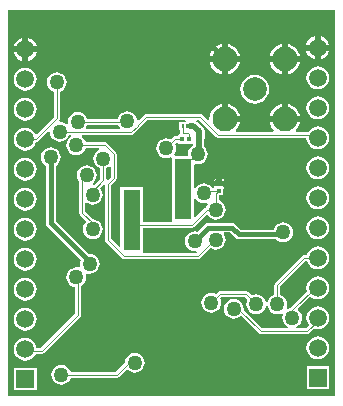
<source format=gbl>
G04*
G04 #@! TF.GenerationSoftware,Altium Limited,Altium Designer,19.1.8 (144)*
G04*
G04 Layer_Physical_Order=2*
G04 Layer_Color=16711680*
%FSLAX25Y25*%
%MOIN*%
G70*
G01*
G75*
%ADD27R,0.01260X0.01417*%
%ADD67C,0.01500*%
%ADD68C,0.00350*%
%ADD69C,0.02100*%
%ADD71C,0.05906*%
%ADD72R,0.05906X0.05906*%
%ADD73C,0.08268*%
%ADD74C,0.07874*%
%ADD75C,0.05000*%
%ADD76C,0.03937*%
%ADD77R,0.01417X0.01260*%
%ADD78R,0.05827X0.20315*%
%ADD79R,0.00957X0.01181*%
%ADD80C,0.02000*%
G36*
X803Y803D02*
X109697D01*
Y129697D01*
X803D01*
Y803D01*
D02*
G37*
%LPC*%
G36*
X103000Y120855D02*
Y118000D01*
X100145D01*
X100149Y118032D01*
X100547Y118993D01*
X101181Y119819D01*
X102007Y120453D01*
X102968Y120851D01*
X103000Y120855D01*
D02*
G37*
G36*
X105000D02*
X105032Y120851D01*
X105993Y120453D01*
X106819Y119819D01*
X107453Y118993D01*
X107851Y118032D01*
X107855Y118000D01*
X105000D01*
Y120855D01*
D02*
G37*
G36*
X5500Y120355D02*
Y117500D01*
X2645D01*
X2649Y117532D01*
X3047Y118493D01*
X3681Y119319D01*
X4507Y119953D01*
X5468Y120351D01*
X5500Y120355D01*
D02*
G37*
G36*
X7500D02*
X7532Y120351D01*
X8493Y119953D01*
X9319Y119319D01*
X9953Y118493D01*
X10351Y117532D01*
X10355Y117500D01*
X7500D01*
Y120355D01*
D02*
G37*
G36*
X71979Y118199D02*
Y114153D01*
X67933D01*
X67978Y114493D01*
X68495Y115742D01*
X69318Y116814D01*
X70390Y117637D01*
X71639Y118154D01*
X71979Y118199D01*
D02*
G37*
G36*
X73980D02*
X74320Y118154D01*
X75569Y117637D01*
X76641Y116814D01*
X77464Y115742D01*
X77981Y114493D01*
X78026Y114153D01*
X73980D01*
Y118199D01*
D02*
G37*
G36*
X91979D02*
Y114153D01*
X87933D01*
X87978Y114493D01*
X88495Y115742D01*
X89318Y116814D01*
X90390Y117637D01*
X91639Y118154D01*
X91979Y118199D01*
D02*
G37*
G36*
X93980D02*
X94320Y118154D01*
X95569Y117637D01*
X96641Y116814D01*
X97464Y115742D01*
X97981Y114493D01*
X98026Y114153D01*
X93980D01*
Y118199D01*
D02*
G37*
G36*
X100145Y116000D02*
X103000D01*
Y113145D01*
X102968Y113149D01*
X102007Y113547D01*
X101181Y114181D01*
X100547Y115007D01*
X100149Y115968D01*
X100145Y116000D01*
D02*
G37*
G36*
X105000D02*
X107855D01*
X107851Y115968D01*
X107453Y115007D01*
X106819Y114181D01*
X105993Y113547D01*
X105032Y113149D01*
X105000Y113145D01*
Y116000D01*
D02*
G37*
G36*
X2645Y115500D02*
X5500D01*
Y112645D01*
X5468Y112649D01*
X4507Y113047D01*
X3681Y113681D01*
X3047Y114507D01*
X2649Y115468D01*
X2645Y115500D01*
D02*
G37*
G36*
X7500D02*
X10355D01*
X10351Y115468D01*
X9953Y114507D01*
X9319Y113681D01*
X8493Y113047D01*
X7532Y112649D01*
X7500Y112645D01*
Y115500D01*
D02*
G37*
G36*
X67933Y112153D02*
X71979D01*
Y108106D01*
X71639Y108151D01*
X70390Y108668D01*
X69318Y109491D01*
X68495Y110564D01*
X67978Y111812D01*
X67933Y112153D01*
D02*
G37*
G36*
X73980D02*
X78026D01*
X77981Y111812D01*
X77464Y110564D01*
X76641Y109491D01*
X75569Y108668D01*
X74320Y108151D01*
X73980Y108106D01*
Y112153D01*
D02*
G37*
G36*
X87933D02*
X91979D01*
Y108106D01*
X91639Y108151D01*
X90390Y108668D01*
X89318Y109491D01*
X88495Y110564D01*
X87978Y111812D01*
X87933Y112153D01*
D02*
G37*
G36*
X93980D02*
X98026D01*
X97981Y111812D01*
X97464Y110564D01*
X96641Y109491D01*
X95569Y108668D01*
X94320Y108151D01*
X93980Y108106D01*
Y112153D01*
D02*
G37*
G36*
X104000Y110785D02*
X104980Y110656D01*
X105893Y110278D01*
X106676Y109677D01*
X107278Y108893D01*
X107656Y107980D01*
X107785Y107000D01*
X107656Y106020D01*
X107278Y105107D01*
X106676Y104323D01*
X105893Y103722D01*
X104980Y103344D01*
X104000Y103215D01*
X103020Y103344D01*
X102107Y103722D01*
X101323Y104323D01*
X100722Y105107D01*
X100344Y106020D01*
X100215Y107000D01*
X100344Y107980D01*
X100722Y108893D01*
X101323Y109677D01*
X102107Y110278D01*
X103020Y110656D01*
X104000Y110785D01*
D02*
G37*
G36*
X6500Y110285D02*
X7480Y110156D01*
X8393Y109778D01*
X9177Y109177D01*
X9778Y108393D01*
X10156Y107480D01*
X10285Y106500D01*
X10156Y105520D01*
X9778Y104607D01*
X9177Y103823D01*
X8393Y103222D01*
X7480Y102844D01*
X6500Y102715D01*
X5520Y102844D01*
X4607Y103222D01*
X3824Y103823D01*
X3222Y104607D01*
X2844Y105520D01*
X2715Y106500D01*
X2844Y107480D01*
X3222Y108393D01*
X3824Y109177D01*
X4607Y109778D01*
X5520Y110156D01*
X6500Y110285D01*
D02*
G37*
G36*
X82980Y107931D02*
X84216Y107768D01*
X85368Y107290D01*
X86358Y106531D01*
X87117Y105542D01*
X87595Y104389D01*
X87757Y103153D01*
X87595Y101916D01*
X87117Y100764D01*
X86358Y99774D01*
X85368Y99015D01*
X84216Y98537D01*
X82980Y98375D01*
X81743Y98537D01*
X80590Y99015D01*
X79601Y99774D01*
X78842Y100764D01*
X78364Y101916D01*
X78202Y103153D01*
X78364Y104389D01*
X78842Y105542D01*
X79601Y106531D01*
X80590Y107290D01*
X81743Y107768D01*
X82980Y107931D01*
D02*
G37*
G36*
X73980Y98199D02*
X74320Y98154D01*
X75569Y97637D01*
X76641Y96814D01*
X77464Y95742D01*
X77981Y94493D01*
X78026Y94153D01*
X73980D01*
Y98199D01*
D02*
G37*
G36*
X91979D02*
Y94153D01*
X87933D01*
X87978Y94493D01*
X88495Y95742D01*
X89318Y96814D01*
X90390Y97637D01*
X91639Y98154D01*
X91979Y98199D01*
D02*
G37*
G36*
X93980D02*
X94320Y98154D01*
X95569Y97637D01*
X96641Y96814D01*
X97464Y95742D01*
X97981Y94493D01*
X98026Y94153D01*
X93980D01*
Y98199D01*
D02*
G37*
G36*
X104000Y100785D02*
X104980Y100656D01*
X105893Y100278D01*
X106676Y99677D01*
X107278Y98893D01*
X107656Y97980D01*
X107785Y97000D01*
X107656Y96020D01*
X107278Y95107D01*
X106676Y94323D01*
X105893Y93722D01*
X104980Y93344D01*
X104000Y93215D01*
X103020Y93344D01*
X102107Y93722D01*
X101323Y94323D01*
X100722Y95107D01*
X100344Y96020D01*
X100215Y97000D01*
X100344Y97980D01*
X100722Y98893D01*
X101323Y99677D01*
X102107Y100278D01*
X103020Y100656D01*
X104000Y100785D01*
D02*
G37*
G36*
X6500Y100285D02*
X7480Y100156D01*
X8393Y99778D01*
X9177Y99177D01*
X9778Y98393D01*
X10156Y97480D01*
X10285Y96500D01*
X10156Y95520D01*
X9778Y94607D01*
X9177Y93823D01*
X8393Y93222D01*
X7480Y92844D01*
X6500Y92715D01*
X5520Y92844D01*
X4607Y93222D01*
X3824Y93823D01*
X3222Y94607D01*
X2844Y95520D01*
X2715Y96500D01*
X2844Y97480D01*
X3222Y98393D01*
X3824Y99177D01*
X4607Y99778D01*
X5520Y100156D01*
X6500Y100285D01*
D02*
G37*
G36*
X17000Y108828D02*
X17862Y108715D01*
X18664Y108382D01*
X19354Y107854D01*
X19883Y107164D01*
X20215Y106361D01*
X20328Y105500D01*
X20215Y104639D01*
X19883Y103836D01*
X19354Y103146D01*
X18664Y102618D01*
X17994Y102340D01*
Y93500D01*
X17918Y93120D01*
X17703Y92797D01*
X17699Y92793D01*
X17933Y92320D01*
X18000Y92329D01*
X18861Y92215D01*
X19664Y91883D01*
X20279Y91410D01*
X20540Y91495D01*
X20752Y91656D01*
X20672Y92264D01*
X20785Y93125D01*
X21117Y93928D01*
X21646Y94617D01*
X22336Y95146D01*
X23138Y95479D01*
X24000Y95592D01*
X24861Y95479D01*
X25664Y95146D01*
X26354Y94617D01*
X26882Y93928D01*
X27160Y93258D01*
X37271D01*
X37285Y93362D01*
X37617Y94164D01*
X38146Y94854D01*
X38836Y95383D01*
X39639Y95715D01*
X40500Y95828D01*
X41361Y95715D01*
X42164Y95383D01*
X42854Y94854D01*
X43382Y94164D01*
X43715Y93362D01*
X43763Y92997D01*
X44291Y92818D01*
X46176Y94703D01*
X46499Y94918D01*
X46879Y94994D01*
X64907D01*
X65288Y94918D01*
X65610Y94703D01*
X67372Y92941D01*
X67479Y92993D01*
X67809Y93211D01*
X67978Y94493D01*
X68495Y95742D01*
X69318Y96814D01*
X70390Y97637D01*
X71639Y98154D01*
X71979Y98199D01*
Y93153D01*
X72979D01*
Y92153D01*
X78026D01*
X77981Y91812D01*
X77464Y90564D01*
X76641Y89491D01*
X76610Y89468D01*
X76771Y88994D01*
X89188D01*
X89349Y89468D01*
X89318Y89491D01*
X88495Y90564D01*
X87978Y91812D01*
X87933Y92153D01*
X98026D01*
X97981Y91812D01*
X97464Y90564D01*
X96641Y89491D01*
X96610Y89468D01*
X96771Y88994D01*
X100800D01*
X101323Y89676D01*
X102107Y90278D01*
X103020Y90656D01*
X104000Y90785D01*
X104980Y90656D01*
X105893Y90278D01*
X106676Y89676D01*
X107278Y88893D01*
X107656Y87980D01*
X107785Y87000D01*
X107656Y86020D01*
X107278Y85107D01*
X106676Y84324D01*
X105893Y83722D01*
X104980Y83344D01*
X104000Y83215D01*
X103020Y83344D01*
X102107Y83722D01*
X101323Y84324D01*
X100722Y85107D01*
X100344Y86020D01*
X100215Y87000D01*
X100210Y87006D01*
X70907D01*
X70527Y87082D01*
X70204Y87297D01*
X64495Y93006D01*
X63728D01*
X63576Y92506D01*
X63834Y92334D01*
X65722Y90446D01*
X66131Y89834D01*
X66274Y89112D01*
Y87000D01*
X66223Y86744D01*
Y83954D01*
X66354Y83854D01*
X66883Y83164D01*
X67215Y82362D01*
X67329Y81500D01*
X67215Y80638D01*
X66883Y79836D01*
X66354Y79146D01*
X65664Y78617D01*
X64862Y78285D01*
X64000Y78171D01*
X63213Y78275D01*
X62973Y78185D01*
X62713Y78011D01*
Y70441D01*
X63213Y70289D01*
X63646Y70854D01*
X64336Y71383D01*
X65139Y71715D01*
X66000Y71829D01*
X66861Y71715D01*
X67664Y71383D01*
X68354Y70854D01*
X68708Y70392D01*
X69370D01*
Y70602D01*
X69570D01*
Y70907D01*
X72430D01*
Y70602D01*
X72630D01*
Y69894D01*
X72430D01*
Y67889D01*
X70994D01*
Y66160D01*
X71664Y65883D01*
X72354Y65354D01*
X72883Y64664D01*
X73215Y63862D01*
X73329Y63000D01*
X73215Y62138D01*
X72883Y61336D01*
X72354Y60646D01*
X71664Y60117D01*
X70862Y59785D01*
X70000Y59671D01*
X69138Y59785D01*
X68336Y60117D01*
X67646Y60646D01*
X67261Y61148D01*
X66661Y61255D01*
X62703Y57297D01*
X62380Y57082D01*
X62000Y57006D01*
X45666D01*
Y48728D01*
X46069Y48494D01*
X63505D01*
X63716Y48765D01*
X63476Y49234D01*
X63000Y49172D01*
X62138Y49285D01*
X61336Y49617D01*
X60646Y50146D01*
X60117Y50836D01*
X59785Y51639D01*
X59671Y52500D01*
X59785Y53361D01*
X60117Y54164D01*
X60646Y54854D01*
X61336Y55383D01*
X62138Y55715D01*
X63000Y55828D01*
X63862Y55715D01*
X63945Y55680D01*
X66432Y58167D01*
X66945Y58510D01*
X67550Y58630D01*
X75450D01*
X76055Y58510D01*
X76568Y58167D01*
X78324Y56411D01*
X89305D01*
X89617Y57164D01*
X90146Y57854D01*
X90836Y58383D01*
X91638Y58715D01*
X92500Y58829D01*
X93362Y58715D01*
X94164Y58383D01*
X94854Y57854D01*
X95383Y57164D01*
X95715Y56362D01*
X95828Y55500D01*
X95715Y54638D01*
X95383Y53836D01*
X94854Y53146D01*
X94164Y52617D01*
X93362Y52285D01*
X92500Y52171D01*
X91638Y52285D01*
X90836Y52617D01*
X90146Y53146D01*
X90067Y53250D01*
X77670D01*
X77065Y53370D01*
X76552Y53713D01*
X74795Y55470D01*
X72895D01*
X72648Y54970D01*
X72883Y54664D01*
X73215Y53861D01*
X73329Y53000D01*
X73215Y52139D01*
X72883Y51336D01*
X72354Y50646D01*
X71664Y50117D01*
X70862Y49785D01*
X70000Y49672D01*
X69138Y49785D01*
X68336Y50117D01*
X68159Y50253D01*
X64703Y46797D01*
X64380Y46582D01*
X64000Y46506D01*
X39500D01*
X39120Y46582D01*
X38797Y46797D01*
X33297Y52297D01*
X33082Y52620D01*
X33006Y53000D01*
Y71143D01*
X32506Y71350D01*
X31421Y70265D01*
X31883Y69664D01*
X32215Y68862D01*
X32329Y68000D01*
X32215Y67138D01*
X31883Y66336D01*
X31354Y65646D01*
X30664Y65117D01*
X29862Y64785D01*
X29000Y64671D01*
X28139Y64785D01*
X27336Y65117D01*
X27019Y65360D01*
X26519Y65114D01*
Y62387D01*
X29089Y59817D01*
X29862Y59715D01*
X30664Y59383D01*
X31354Y58854D01*
X31883Y58164D01*
X32215Y57362D01*
X32329Y56500D01*
X32215Y55638D01*
X31883Y54836D01*
X31354Y54146D01*
X30664Y53617D01*
X29862Y53285D01*
X29000Y53171D01*
X28139Y53285D01*
X27336Y53617D01*
X26646Y54146D01*
X26118Y54836D01*
X25785Y55638D01*
X25671Y56500D01*
X25785Y57362D01*
X26118Y58164D01*
X26646Y58854D01*
X26682Y58881D01*
X26715Y59380D01*
X24822Y61272D01*
X24607Y61595D01*
X24531Y61975D01*
Y72297D01*
X24117Y72836D01*
X23785Y73638D01*
X23672Y74500D01*
X23785Y75362D01*
X24117Y76164D01*
X24646Y76854D01*
X25336Y77383D01*
X26138Y77715D01*
X27000Y77829D01*
X27861Y77715D01*
X28664Y77383D01*
X29354Y76854D01*
X29882Y76164D01*
X30215Y75362D01*
X30329Y74500D01*
X30215Y73638D01*
X29882Y72836D01*
X29354Y72146D01*
X28934Y71824D01*
X28969Y71562D01*
X29093Y71316D01*
X29594Y71250D01*
X31506Y73162D01*
Y76840D01*
X30836Y77117D01*
X30146Y77646D01*
X29618Y78336D01*
X29285Y79138D01*
X29171Y80000D01*
X29285Y80862D01*
X29618Y81664D01*
X30146Y82354D01*
X30836Y82883D01*
X31134Y83006D01*
X31034Y83506D01*
X26660D01*
X26382Y82836D01*
X25854Y82146D01*
X25164Y81617D01*
X24362Y81285D01*
X23500Y81172D01*
X22638Y81285D01*
X21836Y81617D01*
X21146Y82146D01*
X20617Y82836D01*
X20285Y83639D01*
X20172Y84500D01*
X20285Y85361D01*
X20617Y86164D01*
X21146Y86854D01*
X21721Y87295D01*
X21589Y87795D01*
X21073D01*
X20883Y87336D01*
X20354Y86646D01*
X19664Y86117D01*
X18861Y85785D01*
X18000Y85672D01*
X17139Y85785D01*
X16336Y86117D01*
X15646Y86646D01*
X15117Y87336D01*
X14785Y88139D01*
X14672Y89000D01*
X14680Y89067D01*
X14207Y89301D01*
X10681Y85775D01*
X10358Y85559D01*
X10156Y85519D01*
X9778Y84607D01*
X9177Y83824D01*
X8393Y83222D01*
X7480Y82844D01*
X6500Y82715D01*
X5520Y82844D01*
X4607Y83222D01*
X3824Y83824D01*
X3222Y84607D01*
X2844Y85520D01*
X2715Y86500D01*
X2844Y87480D01*
X3222Y88393D01*
X3824Y89176D01*
X4607Y89778D01*
X5520Y90156D01*
X6500Y90285D01*
X7480Y90156D01*
X8393Y89778D01*
X9177Y89176D01*
X9778Y88393D01*
X9813Y88307D01*
X10304Y88210D01*
X16006Y93912D01*
Y102340D01*
X15336Y102618D01*
X14646Y103146D01*
X14117Y103836D01*
X13785Y104639D01*
X13671Y105500D01*
X13785Y106361D01*
X14117Y107164D01*
X14646Y107854D01*
X15336Y108382D01*
X16138Y108715D01*
X17000Y108828D01*
D02*
G37*
G36*
X104000Y80785D02*
X104980Y80656D01*
X105893Y80278D01*
X106676Y79677D01*
X107278Y78893D01*
X107656Y77980D01*
X107785Y77000D01*
X107656Y76020D01*
X107278Y75107D01*
X106676Y74323D01*
X105893Y73722D01*
X104980Y73344D01*
X104000Y73215D01*
X103020Y73344D01*
X102107Y73722D01*
X101323Y74323D01*
X100722Y75107D01*
X100344Y76020D01*
X100215Y77000D01*
X100344Y77980D01*
X100722Y78893D01*
X101323Y79677D01*
X102107Y80278D01*
X103020Y80656D01*
X104000Y80785D01*
D02*
G37*
G36*
X6500Y80285D02*
X7480Y80156D01*
X8393Y79778D01*
X9177Y79176D01*
X9778Y78393D01*
X10156Y77480D01*
X10285Y76500D01*
X10156Y75520D01*
X9778Y74607D01*
X9177Y73823D01*
X8393Y73222D01*
X7480Y72844D01*
X6500Y72715D01*
X5520Y72844D01*
X4607Y73222D01*
X3824Y73823D01*
X3222Y74607D01*
X2844Y75520D01*
X2715Y76500D01*
X2844Y77480D01*
X3222Y78393D01*
X3824Y79176D01*
X4607Y79778D01*
X5520Y80156D01*
X6500Y80285D01*
D02*
G37*
G36*
X69370Y73311D02*
X70000D01*
Y72602D01*
X69370D01*
Y73311D01*
D02*
G37*
G36*
X72000D02*
X72630D01*
Y72602D01*
X72000D01*
Y73311D01*
D02*
G37*
G36*
X104000Y70785D02*
X104980Y70656D01*
X105893Y70278D01*
X106676Y69677D01*
X107278Y68893D01*
X107656Y67980D01*
X107785Y67000D01*
X107656Y66020D01*
X107278Y65107D01*
X106676Y64324D01*
X105893Y63722D01*
X104980Y63344D01*
X104000Y63215D01*
X103020Y63344D01*
X102107Y63722D01*
X101323Y64324D01*
X100722Y65107D01*
X100344Y66020D01*
X100215Y67000D01*
X100344Y67980D01*
X100722Y68893D01*
X101323Y69677D01*
X102107Y70278D01*
X103020Y70656D01*
X104000Y70785D01*
D02*
G37*
G36*
X6500Y70285D02*
X7480Y70156D01*
X8393Y69778D01*
X9177Y69177D01*
X9778Y68393D01*
X10156Y67480D01*
X10285Y66500D01*
X10156Y65520D01*
X9778Y64607D01*
X9177Y63823D01*
X8393Y63222D01*
X7480Y62844D01*
X6500Y62715D01*
X5520Y62844D01*
X4607Y63222D01*
X3824Y63823D01*
X3222Y64607D01*
X2844Y65520D01*
X2715Y66500D01*
X2844Y67480D01*
X3222Y68393D01*
X3824Y69177D01*
X4607Y69778D01*
X5520Y70156D01*
X6500Y70285D01*
D02*
G37*
G36*
X104000Y60785D02*
X104980Y60656D01*
X105893Y60278D01*
X106676Y59676D01*
X107278Y58893D01*
X107656Y57980D01*
X107785Y57000D01*
X107656Y56020D01*
X107278Y55107D01*
X106676Y54324D01*
X105893Y53722D01*
X104980Y53344D01*
X104000Y53215D01*
X103020Y53344D01*
X102107Y53722D01*
X101323Y54324D01*
X100722Y55107D01*
X100344Y56020D01*
X100215Y57000D01*
X100344Y57980D01*
X100722Y58893D01*
X101323Y59676D01*
X102107Y60278D01*
X103020Y60656D01*
X104000Y60785D01*
D02*
G37*
G36*
X6500Y60285D02*
X7480Y60156D01*
X8393Y59778D01*
X9177Y59176D01*
X9778Y58393D01*
X10156Y57480D01*
X10285Y56500D01*
X10156Y55520D01*
X9778Y54607D01*
X9177Y53824D01*
X8393Y53222D01*
X7480Y52844D01*
X6500Y52715D01*
X5520Y52844D01*
X4607Y53222D01*
X3824Y53824D01*
X3222Y54607D01*
X2844Y55520D01*
X2715Y56500D01*
X2844Y57480D01*
X3222Y58393D01*
X3824Y59176D01*
X4607Y59778D01*
X5520Y60156D01*
X6500Y60285D01*
D02*
G37*
G36*
X15000Y83829D02*
X15861Y83715D01*
X16664Y83383D01*
X17354Y82854D01*
X17883Y82164D01*
X18215Y81362D01*
X18328Y80500D01*
X18215Y79638D01*
X17883Y78836D01*
X17354Y78146D01*
X16664Y77617D01*
X16580Y77583D01*
Y59155D01*
X27476Y48259D01*
X28000Y48329D01*
X28861Y48215D01*
X29664Y47883D01*
X30354Y47354D01*
X30882Y46664D01*
X31215Y45862D01*
X31328Y45000D01*
X31215Y44139D01*
X30882Y43336D01*
X30354Y42646D01*
X29664Y42118D01*
X28861Y41785D01*
X28000Y41671D01*
X27139Y41785D01*
X27019Y41834D01*
X26666Y41481D01*
X26715Y41361D01*
X26829Y40500D01*
X26715Y39639D01*
X26382Y38836D01*
X25854Y38146D01*
X25164Y37617D01*
X24994Y37547D01*
Y28000D01*
X24918Y27620D01*
X24703Y27297D01*
X12703Y15297D01*
X12380Y15082D01*
X12000Y15006D01*
X9943D01*
X9778Y14607D01*
X9177Y13824D01*
X8393Y13222D01*
X7480Y12844D01*
X6500Y12715D01*
X5520Y12844D01*
X4607Y13222D01*
X3824Y13824D01*
X3222Y14607D01*
X2844Y15520D01*
X2715Y16500D01*
X2844Y17480D01*
X3222Y18393D01*
X3824Y19176D01*
X4607Y19778D01*
X5520Y20156D01*
X6500Y20285D01*
X7480Y20156D01*
X8393Y19778D01*
X9177Y19176D01*
X9778Y18393D01*
X10156Y17480D01*
X10220Y16994D01*
X11588D01*
X23006Y28412D01*
Y37237D01*
X22638Y37285D01*
X21836Y37617D01*
X21146Y38146D01*
X20617Y38836D01*
X20285Y39639D01*
X20172Y40500D01*
X20285Y41361D01*
X20617Y42164D01*
X21146Y42854D01*
X21836Y43382D01*
X22638Y43715D01*
X22859Y43744D01*
X23120Y43918D01*
X23500Y43994D01*
X24000D01*
X24331Y43928D01*
X24459Y43988D01*
X24769Y44260D01*
X24671Y45000D01*
X24785Y45862D01*
X24966Y46299D01*
X13882Y57383D01*
X13540Y57895D01*
X13420Y58500D01*
Y77583D01*
X13336Y77617D01*
X12646Y78146D01*
X12117Y78836D01*
X11785Y79638D01*
X11671Y80500D01*
X11785Y81362D01*
X12117Y82164D01*
X12646Y82854D01*
X13336Y83383D01*
X14139Y83715D01*
X15000Y83829D01*
D02*
G37*
G36*
X6500Y50285D02*
X7480Y50156D01*
X8393Y49778D01*
X9177Y49176D01*
X9778Y48393D01*
X10156Y47480D01*
X10285Y46500D01*
X10156Y45520D01*
X9778Y44607D01*
X9177Y43824D01*
X8393Y43222D01*
X7480Y42844D01*
X6500Y42715D01*
X5520Y42844D01*
X4607Y43222D01*
X3824Y43824D01*
X3222Y44607D01*
X2844Y45520D01*
X2715Y46500D01*
X2844Y47480D01*
X3222Y48393D01*
X3824Y49176D01*
X4607Y49778D01*
X5520Y50156D01*
X6500Y50285D01*
D02*
G37*
G36*
Y40285D02*
X7480Y40156D01*
X8393Y39778D01*
X9177Y39176D01*
X9778Y38393D01*
X10156Y37480D01*
X10285Y36500D01*
X10156Y35520D01*
X9778Y34607D01*
X9177Y33823D01*
X8393Y33222D01*
X7480Y32844D01*
X6500Y32715D01*
X5520Y32844D01*
X4607Y33222D01*
X3824Y33823D01*
X3222Y34607D01*
X2844Y35520D01*
X2715Y36500D01*
X2844Y37480D01*
X3222Y38393D01*
X3824Y39176D01*
X4607Y39778D01*
X5520Y40156D01*
X6500Y40285D01*
D02*
G37*
G36*
X104000Y50785D02*
X104980Y50656D01*
X105893Y50278D01*
X106676Y49676D01*
X107278Y48893D01*
X107656Y47980D01*
X107785Y47000D01*
X107656Y46020D01*
X107278Y45107D01*
X106676Y44324D01*
X105893Y43722D01*
X104980Y43344D01*
X104000Y43215D01*
X103020Y43344D01*
X102107Y43722D01*
X101323Y44324D01*
X100722Y45107D01*
X100419Y45838D01*
X99888Y45905D01*
X91494Y37512D01*
Y34660D01*
X92164Y34383D01*
X92854Y33854D01*
X93383Y33164D01*
X93715Y32362D01*
X93828Y31500D01*
X93715Y30639D01*
X93571Y30290D01*
X93628Y30201D01*
X93965Y29936D01*
X94639Y30215D01*
X94835Y30241D01*
X100423Y35829D01*
X100344Y36020D01*
X100215Y37000D01*
X100344Y37980D01*
X100722Y38893D01*
X101323Y39676D01*
X102107Y40278D01*
X103020Y40656D01*
X104000Y40785D01*
X104980Y40656D01*
X105893Y40278D01*
X106676Y39676D01*
X107278Y38893D01*
X107656Y37980D01*
X107785Y37000D01*
X107656Y36020D01*
X107278Y35107D01*
X106676Y34323D01*
X105893Y33722D01*
X104980Y33344D01*
X104000Y33215D01*
X103020Y33344D01*
X102107Y33722D01*
X101553Y34147D01*
X97503Y30097D01*
X97535Y29598D01*
X97854Y29354D01*
X98383Y28664D01*
X98715Y27861D01*
X98829Y27000D01*
X98715Y26138D01*
X98383Y25336D01*
X97854Y24646D01*
X97164Y24117D01*
X96866Y23994D01*
X96966Y23494D01*
X100088D01*
X101147Y24553D01*
X100722Y25107D01*
X100344Y26020D01*
X100215Y27000D01*
X100344Y27980D01*
X100722Y28893D01*
X101323Y29676D01*
X102107Y30278D01*
X103020Y30656D01*
X104000Y30785D01*
X104980Y30656D01*
X105893Y30278D01*
X106676Y29676D01*
X107278Y28893D01*
X107656Y27980D01*
X107785Y27000D01*
X107656Y26020D01*
X107278Y25107D01*
X106676Y24324D01*
X105893Y23722D01*
X104980Y23344D01*
X104000Y23215D01*
X103020Y23344D01*
X102829Y23423D01*
X101203Y21797D01*
X100880Y21582D01*
X100500Y21506D01*
X85000D01*
X84620Y21582D01*
X84297Y21797D01*
X78442Y27652D01*
X78354Y27646D01*
X77664Y27117D01*
X76862Y26785D01*
X76000Y26671D01*
X75138Y26785D01*
X74336Y27117D01*
X73646Y27646D01*
X73117Y28336D01*
X72785Y29138D01*
X72672Y30000D01*
X72785Y30861D01*
X73117Y31664D01*
X73646Y32354D01*
X74336Y32882D01*
X75138Y33215D01*
X76000Y33329D01*
X76862Y33215D01*
X77664Y32882D01*
X78354Y32354D01*
X78883Y31664D01*
X79215Y30861D01*
X79329Y30000D01*
X79279Y29627D01*
X85412Y23494D01*
X94034D01*
X94134Y23994D01*
X93836Y24117D01*
X93146Y24646D01*
X92617Y25336D01*
X92285Y26138D01*
X92172Y27000D01*
X92285Y27861D01*
X92429Y28210D01*
X92372Y28299D01*
X92035Y28564D01*
X91361Y28285D01*
X90500Y28172D01*
X89639Y28285D01*
X88836Y28618D01*
X88146Y29146D01*
X87617Y29836D01*
X87285Y30639D01*
X87252Y30887D01*
X86748D01*
X86715Y30639D01*
X86383Y29836D01*
X85854Y29146D01*
X85164Y28618D01*
X84361Y28285D01*
X83500Y28172D01*
X82639Y28285D01*
X81836Y28618D01*
X81146Y29146D01*
X80617Y29836D01*
X80285Y30639D01*
X80172Y31500D01*
X80285Y32362D01*
X80563Y33032D01*
X79588Y34006D01*
X71912D01*
X71438Y33532D01*
X71715Y32862D01*
X71829Y32000D01*
X71715Y31139D01*
X71383Y30336D01*
X70854Y29646D01*
X70164Y29118D01*
X69362Y28785D01*
X68500Y28672D01*
X67638Y28785D01*
X66836Y29118D01*
X66146Y29646D01*
X65617Y30336D01*
X65285Y31139D01*
X65171Y32000D01*
X65285Y32862D01*
X65617Y33664D01*
X66146Y34354D01*
X66836Y34883D01*
X67638Y35215D01*
X68500Y35329D01*
X69362Y35215D01*
X70032Y34938D01*
X70797Y35703D01*
X71120Y35918D01*
X71500Y35994D01*
X80000D01*
X80380Y35918D01*
X80703Y35703D01*
X81968Y34438D01*
X82639Y34715D01*
X83500Y34828D01*
X84361Y34715D01*
X85164Y34383D01*
X85854Y33854D01*
X86383Y33164D01*
X86715Y32362D01*
X86748Y32113D01*
X87252D01*
X87285Y32362D01*
X87617Y33164D01*
X88146Y33854D01*
X88836Y34383D01*
X89506Y34660D01*
Y37923D01*
X89582Y38304D01*
X89797Y38626D01*
X98874Y47703D01*
X99196Y47918D01*
X99577Y47994D01*
X100350D01*
X100722Y48893D01*
X101323Y49676D01*
X102107Y50278D01*
X103020Y50656D01*
X104000Y50785D01*
D02*
G37*
G36*
X6500Y30285D02*
X7480Y30156D01*
X8393Y29778D01*
X9177Y29177D01*
X9778Y28393D01*
X10156Y27480D01*
X10285Y26500D01*
X10156Y25520D01*
X9778Y24607D01*
X9177Y23823D01*
X8393Y23222D01*
X7480Y22844D01*
X6500Y22715D01*
X5520Y22844D01*
X4607Y23222D01*
X3824Y23823D01*
X3222Y24607D01*
X2844Y25520D01*
X2715Y26500D01*
X2844Y27480D01*
X3222Y28393D01*
X3824Y29177D01*
X4607Y29778D01*
X5520Y30156D01*
X6500Y30285D01*
D02*
G37*
G36*
X104000Y20785D02*
X104980Y20656D01*
X105893Y20278D01*
X106676Y19677D01*
X107278Y18893D01*
X107656Y17980D01*
X107785Y17000D01*
X107656Y16020D01*
X107278Y15107D01*
X106676Y14323D01*
X105893Y13722D01*
X104980Y13344D01*
X104000Y13215D01*
X103020Y13344D01*
X102107Y13722D01*
X101323Y14323D01*
X100722Y15107D01*
X100344Y16020D01*
X100215Y17000D01*
X100344Y17980D01*
X100722Y18893D01*
X101323Y19677D01*
X102107Y20278D01*
X103020Y20656D01*
X104000Y20785D01*
D02*
G37*
G36*
X43000Y15328D02*
X43861Y15215D01*
X44664Y14883D01*
X45354Y14354D01*
X45882Y13664D01*
X46215Y12862D01*
X46328Y12000D01*
X46215Y11139D01*
X45882Y10336D01*
X45354Y9646D01*
X44664Y9117D01*
X43861Y8785D01*
X43000Y8671D01*
X42138Y8785D01*
X41336Y9117D01*
X40646Y9646D01*
X40619Y9682D01*
X40120Y9714D01*
X37703Y7297D01*
X37380Y7082D01*
X37000Y7006D01*
X21660D01*
X21383Y6336D01*
X20854Y5646D01*
X20164Y5117D01*
X19362Y4785D01*
X18500Y4671D01*
X17639Y4785D01*
X16836Y5117D01*
X16146Y5646D01*
X15617Y6336D01*
X15285Y7139D01*
X15171Y8000D01*
X15285Y8862D01*
X15617Y9664D01*
X16146Y10354D01*
X16836Y10883D01*
X17639Y11215D01*
X18500Y11328D01*
X19362Y11215D01*
X20164Y10883D01*
X20854Y10354D01*
X21383Y9664D01*
X21660Y8994D01*
X36588D01*
X39683Y12089D01*
X39785Y12862D01*
X40117Y13664D01*
X40646Y14354D01*
X41336Y14883D01*
X42138Y15215D01*
X43000Y15328D01*
D02*
G37*
G36*
X100247Y10753D02*
X107753D01*
Y3247D01*
X100247D01*
Y10753D01*
D02*
G37*
G36*
X2747Y10253D02*
X10253D01*
Y2747D01*
X2747D01*
Y10253D01*
D02*
G37*
%LPD*%
G36*
X26882Y90600D02*
X26640Y90283D01*
X26886Y89783D01*
X37852D01*
X38042Y90283D01*
X37617Y90836D01*
X37438Y91270D01*
X27160D01*
X26882Y90600D01*
D02*
G37*
G36*
X56459Y84980D02*
X56715Y84361D01*
X56828Y83500D01*
X56715Y82639D01*
X56383Y81836D01*
X56092Y81458D01*
X56339Y80958D01*
X60364D01*
X60693Y81333D01*
X60672Y81500D01*
X60785Y82362D01*
X61117Y83164D01*
X61646Y83854D01*
X62336Y84383D01*
X62552Y84472D01*
Y84604D01*
X62471Y85070D01*
X57249D01*
Y85136D01*
X56800Y85322D01*
X56459Y84980D01*
D02*
G37*
G36*
X44749Y90464D02*
X44678Y90358D01*
X42406Y88086D01*
X42083Y87870D01*
X41703Y87795D01*
X25411D01*
X25279Y87295D01*
X25854Y86854D01*
X26382Y86164D01*
X26660Y85494D01*
X32914D01*
X33295Y85418D01*
X33617Y85203D01*
X36678Y82142D01*
X36893Y81820D01*
X36969Y81439D01*
Y73475D01*
X36893Y73095D01*
X36678Y72772D01*
X34994Y71088D01*
Y53412D01*
X37778Y50628D01*
X38239Y50820D01*
Y70643D01*
X45666D01*
Y58994D01*
X54807D01*
X55287Y59043D01*
Y80127D01*
X54787Y80461D01*
X54361Y80285D01*
X53500Y80172D01*
X52639Y80285D01*
X51836Y80617D01*
X51146Y81146D01*
X50617Y81836D01*
X50285Y82639D01*
X50172Y83500D01*
X50285Y84361D01*
X50617Y85164D01*
X51146Y85854D01*
X51836Y86383D01*
X52639Y86715D01*
X53500Y86829D01*
X54361Y86715D01*
X55032Y86437D01*
X55797Y87203D01*
X56120Y87418D01*
X56500Y87494D01*
X57249D01*
Y87930D01*
X57744D01*
X57869Y88076D01*
X58061Y88430D01*
X58006Y88705D01*
Y89609D01*
X57844D01*
Y92391D01*
X59887D01*
X59979Y92506D01*
X59739Y93006D01*
X47291D01*
X44749Y90464D01*
D02*
G37*
G36*
X34164Y77117D02*
X33494Y76840D01*
Y73107D01*
X33994Y72900D01*
X34981Y73887D01*
Y77114D01*
X34481Y77360D01*
X34164Y77117D01*
D02*
G37*
G36*
X62713Y66559D02*
Y60773D01*
X63175Y60581D01*
X66297Y63703D01*
X66620Y63918D01*
X66825Y63959D01*
X67117Y64664D01*
X67326Y64936D01*
X67011Y65347D01*
X66861Y65285D01*
X66000Y65171D01*
X65139Y65285D01*
X64336Y65617D01*
X63646Y66146D01*
X63213Y66711D01*
X62713Y66559D01*
D02*
G37*
D27*
X71000Y71602D02*
D03*
Y69398D02*
D03*
D67*
X28000Y45000D02*
Y45500D01*
X15000Y58500D01*
Y80500D01*
X32500Y47000D02*
Y49500D01*
X33550Y45950D02*
X32500Y47000D01*
X33550Y33050D02*
Y45950D01*
Y33050D02*
X33500Y33000D01*
X67550Y57050D02*
X63000Y52500D01*
X75450Y57050D02*
X67550D01*
X77670Y54830D02*
X75450Y57050D01*
X33500Y33000D02*
X27000Y26500D01*
Y25500D02*
Y26500D01*
X65132Y121000D02*
X39000D01*
X72979Y113153D02*
X65132Y121000D01*
X71062Y41000D02*
X70500D01*
X60000Y30500D01*
X91830Y54830D02*
X77670D01*
X92500Y55500D02*
X91830Y54830D01*
D68*
X23500Y40500D02*
Y42500D01*
X24000Y43000D02*
X23500Y42500D01*
X7000Y16000D02*
X6500Y15500D01*
X24000Y43000D02*
X23500D01*
X24000Y28000D02*
Y43000D01*
X83500Y31500D02*
X80000Y35000D01*
X66898Y69398D02*
X66000Y68500D01*
X71000Y69398D02*
X66898D01*
X77500Y30000D02*
X76000D01*
X85000Y22500D02*
X77500Y30000D01*
X70000Y79000D02*
X66000Y75000D01*
X70000Y79000D02*
Y84000D01*
X29000Y56500D02*
Y58500D01*
X34000Y53000D02*
Y71500D01*
X39500Y47500D02*
X34000Y53000D01*
X64000Y47500D02*
X39500D01*
X29000Y58500D02*
X25525Y61975D01*
X70000Y63000D02*
Y68319D01*
X70500Y68819D02*
X70000Y68319D01*
Y63000D02*
X67000D01*
X71000Y69319D02*
X70500Y68819D01*
X70907Y88000D02*
X64907Y94000D01*
X103000Y88000D02*
X70907D01*
X104000Y87000D02*
X103000Y88000D01*
X67000Y63000D02*
X62000Y58000D01*
X25525Y61975D02*
Y73025D01*
X27000Y74500D02*
X25525Y73025D01*
X70000Y53000D02*
X69500D01*
X64000Y47500D01*
X64907Y94000D02*
X46879D01*
X41000Y12000D02*
X37000Y8000D01*
X18500D01*
X104000Y47000D02*
X99577D01*
X90500Y37923D01*
Y31500D02*
Y37923D01*
X7478Y86478D02*
X6500Y85500D01*
X17000Y93500D02*
X9978Y86478D01*
X7478D01*
X43000Y12000D02*
X41000D01*
X32914Y84500D02*
X23500D01*
X35975Y81439D02*
X32914Y84500D01*
X41703Y88789D02*
X18211D01*
X18000Y89000D01*
X43975Y91061D02*
X41703Y88789D01*
X40264Y92264D02*
X24000D01*
X40500Y92500D02*
X40264Y92264D01*
X35975Y73475D02*
Y81439D01*
Y73475D02*
X34000Y71500D01*
X80000Y35000D02*
X71500D01*
X68500Y32000D01*
X66890Y74110D02*
X66000Y75000D01*
X68571Y74110D02*
X66890D01*
X71000Y71681D02*
X68571Y74110D01*
X86000Y59500D02*
X85000D01*
X72898Y71602D01*
X71000D01*
X62000Y58000D02*
X43638D01*
X71000Y69319D02*
Y69398D01*
X63982Y79983D02*
X61738D01*
X59000Y77244D01*
X29000Y68000D02*
Y69250D01*
X32500Y72750D02*
X29000Y69250D01*
X32500Y72750D02*
Y80000D01*
X56500Y86500D02*
X53500Y83500D01*
X58758Y86500D02*
X56500D01*
X43638Y58000D02*
X41953Y59685D01*
X59000Y70000D02*
Y77244D01*
X12000Y16000D02*
X7000D01*
X24000Y28000D02*
X12000Y16000D01*
X71000Y71602D02*
Y71681D01*
X59000Y88705D02*
Y90465D01*
X59047Y90511D02*
X59000Y90465D01*
X59205Y88500D02*
X59000Y88705D01*
X60795Y88500D02*
X59205D01*
X61000Y88295D02*
X60795Y88500D01*
X61000Y86537D02*
Y88295D01*
Y86537D02*
X60963Y86500D01*
X46879Y94000D02*
X43975Y91096D01*
Y91061D02*
Y91096D01*
X17000Y93500D02*
Y105500D01*
X104000Y26000D02*
X100500Y22500D01*
X104000Y26000D02*
Y27000D01*
X100500Y22500D02*
X85000D01*
X95500Y27000D02*
Y29500D01*
X103000Y37000D02*
X95500Y29500D01*
X104000Y37000D02*
X103000D01*
D69*
X64388Y89112D02*
X62500Y91000D01*
X64388Y87000D02*
Y89112D01*
X62500Y91000D02*
X61450D01*
D71*
X6500Y116500D02*
D03*
Y106500D02*
D03*
Y96500D02*
D03*
Y86500D02*
D03*
Y76500D02*
D03*
Y66500D02*
D03*
Y56500D02*
D03*
Y46500D02*
D03*
Y36500D02*
D03*
Y26500D02*
D03*
Y16500D02*
D03*
X104000Y117000D02*
D03*
Y107000D02*
D03*
Y97000D02*
D03*
Y87000D02*
D03*
Y77000D02*
D03*
Y67000D02*
D03*
Y57000D02*
D03*
Y47000D02*
D03*
Y37000D02*
D03*
Y27000D02*
D03*
Y17000D02*
D03*
D72*
X6500Y6500D02*
D03*
X104000Y7000D02*
D03*
D73*
X92980Y93153D02*
D03*
X72979D02*
D03*
Y113153D02*
D03*
X92980D02*
D03*
D74*
X82980Y103153D02*
D03*
D75*
X28000Y45000D02*
D03*
X23500Y40500D02*
D03*
X83500Y31500D02*
D03*
X66000Y68500D02*
D03*
X76000Y30000D02*
D03*
X32500Y49500D02*
D03*
X70000Y84000D02*
D03*
X29000Y56500D02*
D03*
X70000Y63000D02*
D03*
X64000Y81500D02*
D03*
X15000Y80500D02*
D03*
X66000Y75000D02*
D03*
X32500Y80000D02*
D03*
X68500Y32000D02*
D03*
X70000Y53000D02*
D03*
X40500Y92500D02*
D03*
X27000Y74500D02*
D03*
X63000Y52500D02*
D03*
X27000Y25500D02*
D03*
X53500Y83500D02*
D03*
X18500Y8000D02*
D03*
X90500Y31500D02*
D03*
X43000Y12000D02*
D03*
X71062Y41500D02*
D03*
X23500Y84500D02*
D03*
X18000Y89000D02*
D03*
X24000Y92264D02*
D03*
X60000Y30500D02*
D03*
X86000Y59500D02*
D03*
X29000Y68000D02*
D03*
X33500Y33000D02*
D03*
X39000Y121000D02*
D03*
X17000Y105500D02*
D03*
X92500Y55500D02*
D03*
X95500Y27000D02*
D03*
D76*
X76500Y106500D02*
D03*
X46563Y126153D02*
D03*
X19500Y63500D02*
D03*
X46606Y115319D02*
D03*
X56500Y127500D02*
D03*
X103500Y127000D02*
D03*
X62429Y126605D02*
D03*
X87976Y126724D02*
D03*
X93925Y125537D02*
D03*
X60000Y97500D02*
D03*
X67942Y125523D02*
D03*
X72805Y127554D02*
D03*
X65000Y99000D02*
D03*
X86340Y118796D02*
D03*
X79500Y119500D02*
D03*
X87000Y66500D02*
D03*
X51192Y53095D02*
D03*
X54736Y90760D02*
D03*
X63000Y105000D02*
D03*
X66072Y109619D02*
D03*
X97482Y106110D02*
D03*
X97610Y100475D02*
D03*
X97000Y85000D02*
D03*
X95500Y74000D02*
D03*
X91500Y70000D02*
D03*
X70000Y103000D02*
D03*
X94500Y79500D02*
D03*
X86500Y73000D02*
D03*
X49000Y66500D02*
D03*
Y75500D02*
D03*
X90500Y106000D02*
D03*
X89500Y100000D02*
D03*
X85000Y96000D02*
D03*
X91500Y84500D02*
D03*
X89500Y77500D02*
D03*
X52500Y62000D02*
D03*
X52000Y71000D02*
D03*
X83000Y110500D02*
D03*
D77*
X58758Y86500D02*
D03*
X60963D02*
D03*
D78*
X59000Y70000D02*
D03*
X41953Y59685D02*
D03*
D79*
X59122Y91000D02*
D03*
X60500D02*
D03*
D80*
X64388Y81888D02*
Y87000D01*
Y81888D02*
X64000Y81500D01*
M02*

</source>
